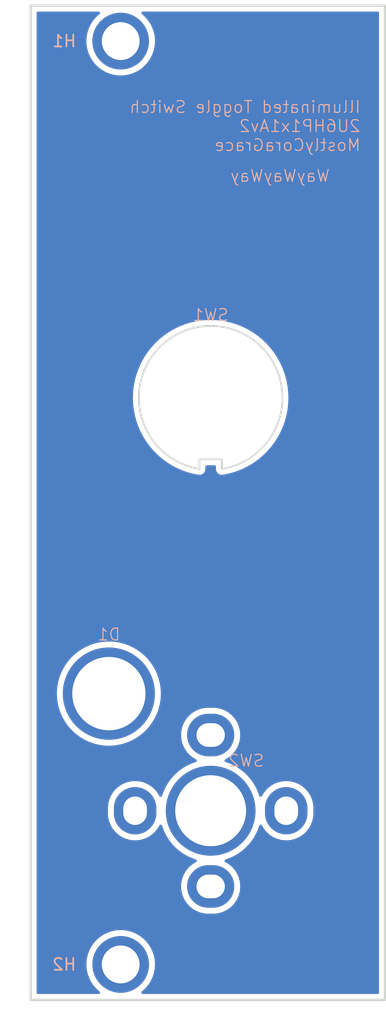
<source format=kicad_pcb>
(kicad_pcb (version 20241229) (generator "pcbnew") (generator_version "9.0")
  (layers (0 "F.Cu" signal) (2 "B.Cu" signal) (13 "F.Paste" user) (15 "B.Paste" user) (5 "F.SilkS" user "F.Silkscreen") (7 "B.SilkS" user "B.Silkscreen") (1 "F.Mask" user) (3 "B.Mask" user) (25 "Edge.Cuts" user))
  (net 0 "")
  (footprint "EXC:MountingHole_3.2mm_M3" (layer "F.Cu") (at 7.62 5.425)
    (property "Reference" "H1" (at -3.683 0 0) (layer "B.SilkS") (effects (justify left mirror)))
    (property "Value" "Eurorack_M3_MountingHole")
    (pad "" thru_hole circle (at 0 0) (size 4.8 4.8) (drill 3.2) (layers "*.Cu" "*.Mask"))
  )
  (footprint "EXC:Illuminated_Toggle_Switch_M12" (layer "F.Cu") (at 15.24 35.5787)
    (property "Reference" "SW1" (at 0 -7 0) (layer "B.SilkS") (effects (font (thickness 0.1)) (justify mirror)))
    (property "Value" "SW_Covered_SPST_w/LED_Panel_Mount")
    (fp_line (start -0.95 5.2) (end -0.95 6.00643) (stroke (width 0.15)) (layer "Edge.Cuts"))
    (fp_line (start -0.95 5.2) (end 0.95 5.2) (stroke (width 0.15)) (layer "Edge.Cuts"))
    (fp_line (start 0.95 5.2) (end 0.95 6.00643) (stroke (width 0.15)) (layer "Edge.Cuts"))
    (fp_arc (start -0.95 6.00643) (mid 0 -6.08132) (end 0.95 6.00643) (stroke (width 0.15)) (layer "Edge.Cuts"))
  )
  (footprint "EXC:SW_SPDT_M6_Panel_Mount" (layer "F.Cu") (at 15.24 70.4825)
    (property "Reference" "SW2" (at 3.01 -4.2325 0) (layer "B.SilkS") (effects (font (thickness 0.1)) (justify mirror)))
    (property "Value" "SW_SPST_M6_MOUNT")
    (pad "" thru_hole oval (at -6.4 0) (size 3.6 4) (drill oval 2 2.4) (layers "*.Cu" "*.Mask"))
    (pad "" thru_hole oval (at 0 -6.4) (size 4 3.6) (drill oval 2.4 2) (layers "*.Cu" "*.Mask"))
    (pad "" thru_hole circle (at 0 0) (size 7.6 7.6) (drill 6) (layers "*.Cu" "*.Mask"))
    (pad "" thru_hole oval (at 0 6.4) (size 4 3.6) (drill oval 2.4 2) (layers "*.Cu" "*.Mask"))
    (pad "" thru_hole oval (at 6.4 0) (size 3.6 4) (drill oval 2 2.4) (layers "*.Cu" "*.Mask"))
  )
  (footprint "EXC:6mm_Panel_Mount_LED" (layer "F.Cu") (at 6.62 60.5825)
    (property "Reference" "D1" (at 0 -5 0) (layer "B.SilkS") (effects (font (thickness 0.1)) (justify mirror)))
    (property "Value" "6mm_Panel_Mount_LED")
    (pad "" thru_hole circle (at 0 0) (size 7.8 7.8) (drill 6.2) (layers "*.Cu" "*.Mask"))
  )
  (footprint "EXC:MountingHole_3.2mm_M3" (layer "F.Cu") (at 7.62 83.475)
    (property "Reference" "H2" (at -3.683 0 0) (layer "B.SilkS") (effects (justify left mirror)))
    (property "Value" "Eurorack_M3_MountingHole")
    (pad "" thru_hole circle (at 0 0) (size 4.8 4.8) (drill 3.2) (layers "*.Cu" "*.Mask"))
  )
  (gr_rect (start 0 2.425) (end 30 86.475) (stroke (width 0.2)) (fill no) (layer "Edge.Cuts"))
  (gr_text "WayWayWay" (at 25.4 17.4 0) (layer "B.SilkS") (effects (font (size 1 1) (thickness 0.1)) (justify left bottom mirror)))
  (gr_text "Illuminated Toggle Switch\n2U6HP1x1Av2\nMostlyCoraGrace" (at 28 14.8 0) (layer "B.SilkS") (effects (font (size 1 1) (thickness 0.1)) (justify left bottom mirror)))
  (zone (net 0) (net_name "") (layers "F.Cu" "B.Cu") (connect_pads (clearance 0.5)) (min_thickness 0.25) (fill yes (thermal_gap 0.5) (thermal_bridge_width 0.5) (island_removal_mode 1) (island_area_min 10))
    (polygon (pts (xy 0 2.425) (xy 30 2.425) (xy 30 86.475) (xy 0 86.475)))
  )
)
</source>
